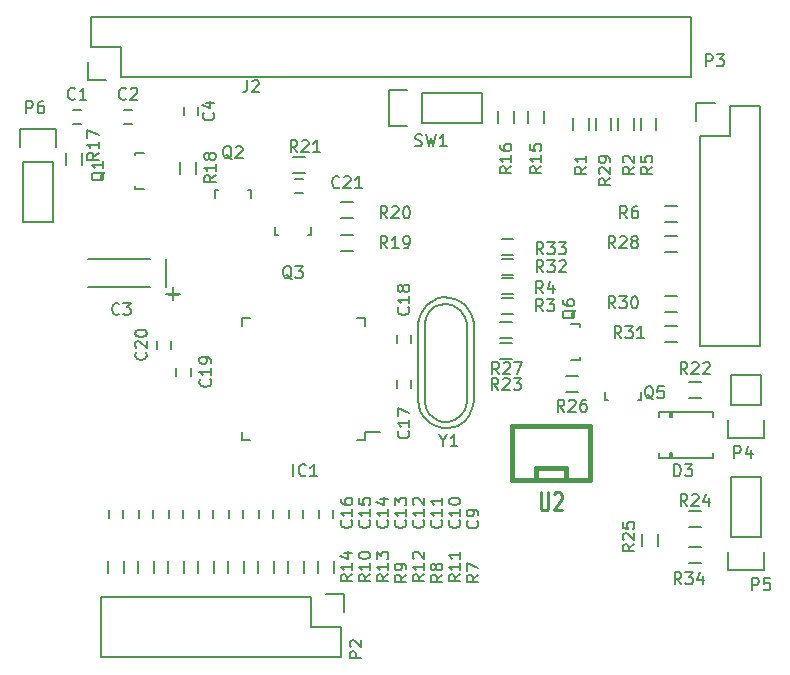
<source format=gto>
G04 #@! TF.FileFunction,Legend,Top*
%FSLAX46Y46*%
G04 Gerber Fmt 4.6, Leading zero omitted, Abs format (unit mm)*
G04 Created by KiCad (PCBNEW (2015-05-05 BZR 5645)-product) date ma. 18. mai 2015 kl. 21.53 +0200*
%MOMM*%
G01*
G04 APERTURE LIST*
%ADD10C,0.100000*%
%ADD11C,0.150000*%
%ADD12C,0.381000*%
%ADD13C,0.285750*%
%ADD14C,0.287020*%
G04 APERTURE END LIST*
D10*
D11*
X116018000Y-57588000D02*
X65218000Y-57588000D01*
X67758000Y-62668000D02*
X116018000Y-62668000D01*
X116018000Y-57588000D02*
X116018000Y-62668000D01*
X65218000Y-57588000D02*
X65218000Y-60128000D01*
X64938000Y-61398000D02*
X64938000Y-62948000D01*
X65218000Y-60128000D02*
X67758000Y-60128000D01*
X67758000Y-60128000D02*
X67758000Y-62668000D01*
X64938000Y-62948000D02*
X66488000Y-62948000D01*
X88360000Y-93440000D02*
X88360000Y-92765000D01*
X78010000Y-93440000D02*
X78010000Y-92765000D01*
X78010000Y-83090000D02*
X78010000Y-83765000D01*
X88360000Y-83090000D02*
X88360000Y-83765000D01*
X88360000Y-93440000D02*
X87685000Y-93440000D01*
X88360000Y-83090000D02*
X87685000Y-83090000D01*
X78010000Y-83090000D02*
X78685000Y-83090000D01*
X78010000Y-93440000D02*
X78685000Y-93440000D01*
X88360000Y-92765000D02*
X89635000Y-92765000D01*
X93218000Y-66548000D02*
X98298000Y-66548000D01*
X98298000Y-66548000D02*
X98298000Y-64008000D01*
X98298000Y-64008000D02*
X93218000Y-64008000D01*
X90398000Y-63728000D02*
X91948000Y-63728000D01*
X93218000Y-64008000D02*
X93218000Y-66548000D01*
X91948000Y-66828000D02*
X90398000Y-66828000D01*
X90398000Y-66828000D02*
X90398000Y-63728000D01*
X85690000Y-99345000D02*
X85690000Y-100045000D01*
X84490000Y-100045000D02*
X84490000Y-99345000D01*
X83150000Y-99345000D02*
X83150000Y-100045000D01*
X81950000Y-100045000D02*
X81950000Y-99345000D01*
X80610000Y-99345000D02*
X80610000Y-100045000D01*
X79410000Y-100045000D02*
X79410000Y-99345000D01*
X78070000Y-99345000D02*
X78070000Y-100045000D01*
X76870000Y-100045000D02*
X76870000Y-99345000D01*
X75530000Y-99345000D02*
X75530000Y-100045000D01*
X74330000Y-100045000D02*
X74330000Y-99345000D01*
X72990000Y-99345000D02*
X72990000Y-100045000D01*
X71790000Y-100045000D02*
X71790000Y-99345000D01*
X70450000Y-99345000D02*
X70450000Y-100045000D01*
X69250000Y-100045000D02*
X69250000Y-99345000D01*
X67910000Y-99345000D02*
X67910000Y-100045000D01*
X66710000Y-100045000D02*
X66710000Y-99345000D01*
X91094000Y-88996000D02*
X91094000Y-88296000D01*
X92294000Y-88296000D02*
X92294000Y-88996000D01*
X92294000Y-84486000D02*
X92294000Y-85186000D01*
X91094000Y-85186000D02*
X91094000Y-84486000D01*
X73625000Y-87280000D02*
X73625000Y-87980000D01*
X72425000Y-87980000D02*
X72425000Y-87280000D01*
X70774000Y-85694000D02*
X70774000Y-84994000D01*
X71974000Y-84994000D02*
X71974000Y-85694000D01*
X66040000Y-111760000D02*
X86360000Y-111760000D01*
X83820000Y-106680000D02*
X66040000Y-106680000D01*
X66040000Y-111760000D02*
X66040000Y-106680000D01*
X86360000Y-111760000D02*
X86360000Y-109220000D01*
X86640000Y-107950000D02*
X86640000Y-106400000D01*
X86360000Y-109220000D02*
X83820000Y-109220000D01*
X83820000Y-109220000D02*
X83820000Y-106680000D01*
X86640000Y-106400000D02*
X85090000Y-106400000D01*
X85765000Y-103640000D02*
X85765000Y-104640000D01*
X84415000Y-104640000D02*
X84415000Y-103640000D01*
X80685000Y-103640000D02*
X80685000Y-104640000D01*
X79335000Y-104640000D02*
X79335000Y-103640000D01*
X75605000Y-103640000D02*
X75605000Y-104640000D01*
X74255000Y-104640000D02*
X74255000Y-103640000D01*
X70525000Y-103640000D02*
X70525000Y-104640000D01*
X69175000Y-104640000D02*
X69175000Y-103640000D01*
X83225000Y-103640000D02*
X83225000Y-104640000D01*
X81875000Y-104640000D02*
X81875000Y-103640000D01*
X78145000Y-103640000D02*
X78145000Y-104640000D01*
X76795000Y-104640000D02*
X76795000Y-103640000D01*
X73065000Y-103640000D02*
X73065000Y-104640000D01*
X71715000Y-104640000D02*
X71715000Y-103640000D01*
X67985000Y-103640000D02*
X67985000Y-104640000D01*
X66635000Y-104640000D02*
X66635000Y-103640000D01*
X102195000Y-66540000D02*
X102195000Y-65540000D01*
X103545000Y-65540000D02*
X103545000Y-66540000D01*
X99655000Y-66540000D02*
X99655000Y-65540000D01*
X101005000Y-65540000D02*
X101005000Y-66540000D01*
X82454000Y-71282000D02*
X83154000Y-71282000D01*
X83154000Y-72482000D02*
X82454000Y-72482000D01*
X69646800Y-72111820D02*
X68945760Y-72111820D01*
X68945760Y-72111820D02*
X68945760Y-71862900D01*
X68945760Y-69312840D02*
X68945760Y-69112180D01*
X68945760Y-69112180D02*
X69646800Y-69112180D01*
X64429000Y-69096000D02*
X64429000Y-70096000D01*
X63079000Y-70096000D02*
X63079000Y-69096000D01*
X74081000Y-69858000D02*
X74081000Y-70858000D01*
X72731000Y-70858000D02*
X72731000Y-69858000D01*
X87368000Y-77383000D02*
X86368000Y-77383000D01*
X86368000Y-76033000D02*
X87368000Y-76033000D01*
X75716180Y-72948800D02*
X75716180Y-72247760D01*
X75716180Y-72247760D02*
X75965100Y-72247760D01*
X78515160Y-72247760D02*
X78715820Y-72247760D01*
X78715820Y-72247760D02*
X78715820Y-72948800D01*
X83795820Y-75387200D02*
X83795820Y-76088240D01*
X83795820Y-76088240D02*
X83546900Y-76088240D01*
X80996840Y-76088240D02*
X80796180Y-76088240D01*
X80796180Y-76088240D02*
X80796180Y-75387200D01*
X87368000Y-74589000D02*
X86368000Y-74589000D01*
X86368000Y-73239000D02*
X87368000Y-73239000D01*
X83304000Y-70779000D02*
X82304000Y-70779000D01*
X82304000Y-69429000D02*
X83304000Y-69429000D01*
X113320000Y-91014000D02*
X113320000Y-91414000D01*
X113320000Y-94914000D02*
X113320000Y-94514000D01*
X117820000Y-94914000D02*
X117820000Y-94514000D01*
X117820000Y-91014000D02*
X117820000Y-91414000D01*
X114220000Y-94914000D02*
X114220000Y-94514000D01*
X114220000Y-94514000D02*
X114370000Y-94514000D01*
X114370000Y-94514000D02*
X114370000Y-94914000D01*
X114220000Y-91014000D02*
X114220000Y-91414000D01*
X114220000Y-91414000D02*
X114370000Y-91414000D01*
X114370000Y-91414000D02*
X114370000Y-91014000D01*
X113320000Y-91014000D02*
X117820000Y-91014000D01*
X117820000Y-94914000D02*
X113320000Y-94914000D01*
X119380000Y-90424000D02*
X119380000Y-87884000D01*
X119100000Y-93244000D02*
X119100000Y-91694000D01*
X119380000Y-90424000D02*
X121920000Y-90424000D01*
X122200000Y-91694000D02*
X122200000Y-93244000D01*
X122200000Y-93244000D02*
X119100000Y-93244000D01*
X121920000Y-90424000D02*
X121920000Y-87884000D01*
X121920000Y-87884000D02*
X119380000Y-87884000D01*
X121920000Y-101600000D02*
X121920000Y-96520000D01*
X121920000Y-96520000D02*
X119380000Y-96520000D01*
X119380000Y-96520000D02*
X119380000Y-101600000D01*
X119100000Y-104420000D02*
X119100000Y-102870000D01*
X119380000Y-101600000D02*
X121920000Y-101600000D01*
X122200000Y-102870000D02*
X122200000Y-104420000D01*
X122200000Y-104420000D02*
X119100000Y-104420000D01*
X111735820Y-89357200D02*
X111735820Y-90058240D01*
X111735820Y-90058240D02*
X111486900Y-90058240D01*
X108936840Y-90058240D02*
X108736180Y-90058240D01*
X108736180Y-90058240D02*
X108736180Y-89357200D01*
X105867200Y-83590180D02*
X106568240Y-83590180D01*
X106568240Y-83590180D02*
X106568240Y-83839100D01*
X106568240Y-86389160D02*
X106568240Y-86589820D01*
X106568240Y-86589820D02*
X105867200Y-86589820D01*
X115832000Y-88479000D02*
X116832000Y-88479000D01*
X116832000Y-89829000D02*
X115832000Y-89829000D01*
X99830000Y-85177000D02*
X100830000Y-85177000D01*
X100830000Y-86527000D02*
X99830000Y-86527000D01*
X115832000Y-99401000D02*
X116832000Y-99401000D01*
X116832000Y-100751000D02*
X115832000Y-100751000D01*
X111847000Y-102354000D02*
X111847000Y-101354000D01*
X113197000Y-101354000D02*
X113197000Y-102354000D01*
X105418000Y-87971000D02*
X106418000Y-87971000D01*
X106418000Y-89321000D02*
X105418000Y-89321000D01*
X99830000Y-83399000D02*
X100830000Y-83399000D01*
X100830000Y-84749000D02*
X99830000Y-84749000D01*
X59436000Y-69850000D02*
X59436000Y-74930000D01*
X59436000Y-74930000D02*
X61976000Y-74930000D01*
X61976000Y-74930000D02*
X61976000Y-69850000D01*
X62256000Y-67030000D02*
X62256000Y-68580000D01*
X61976000Y-69850000D02*
X59436000Y-69850000D01*
X59156000Y-68580000D02*
X59156000Y-67030000D01*
X59156000Y-67030000D02*
X62256000Y-67030000D01*
X121810000Y-85450000D02*
X121810000Y-65130000D01*
X116730000Y-67670000D02*
X116730000Y-85450000D01*
X121810000Y-85450000D02*
X116730000Y-85450000D01*
X121810000Y-65130000D02*
X119270000Y-65130000D01*
X118000000Y-64850000D02*
X116450000Y-64850000D01*
X119270000Y-65130000D02*
X119270000Y-67670000D01*
X119270000Y-67670000D02*
X116730000Y-67670000D01*
X116450000Y-64850000D02*
X116450000Y-66400000D01*
X107355000Y-66175000D02*
X107355000Y-67175000D01*
X106005000Y-67175000D02*
X106005000Y-66175000D01*
X111165000Y-66175000D02*
X111165000Y-67175000D01*
X109815000Y-67175000D02*
X109815000Y-66175000D01*
X99957000Y-81367000D02*
X100957000Y-81367000D01*
X100957000Y-82717000D02*
X99957000Y-82717000D01*
X99957000Y-79716000D02*
X100957000Y-79716000D01*
X100957000Y-81066000D02*
X99957000Y-81066000D01*
X113070000Y-66175000D02*
X113070000Y-67175000D01*
X111720000Y-67175000D02*
X111720000Y-66175000D01*
X113800000Y-73620000D02*
X114800000Y-73620000D01*
X114800000Y-74970000D02*
X113800000Y-74970000D01*
X113800000Y-76160000D02*
X114800000Y-76160000D01*
X114800000Y-77510000D02*
X113800000Y-77510000D01*
X109260000Y-66175000D02*
X109260000Y-67175000D01*
X107910000Y-67175000D02*
X107910000Y-66175000D01*
X113800000Y-81240000D02*
X114800000Y-81240000D01*
X114800000Y-82590000D02*
X113800000Y-82590000D01*
X113800000Y-83780000D02*
X114800000Y-83780000D01*
X114800000Y-85130000D02*
X113800000Y-85130000D01*
X99957000Y-78065000D02*
X100957000Y-78065000D01*
X100957000Y-79415000D02*
X99957000Y-79415000D01*
X99957000Y-76414000D02*
X100957000Y-76414000D01*
X100957000Y-77764000D02*
X99957000Y-77764000D01*
X63658000Y-65440000D02*
X64358000Y-65440000D01*
X64358000Y-66640000D02*
X63658000Y-66640000D01*
X67976000Y-65440000D02*
X68676000Y-65440000D01*
X68676000Y-66640000D02*
X67976000Y-66640000D01*
D12*
X107442000Y-92202000D02*
X107442000Y-96774000D01*
X100838000Y-96774000D02*
X100838000Y-92202000D01*
X102870000Y-95758000D02*
X102870000Y-96774000D01*
X105410000Y-95758000D02*
X105410000Y-96774000D01*
X100838000Y-92202000D02*
X107442000Y-92202000D01*
X107442000Y-96774000D02*
X100838000Y-96774000D01*
X102870000Y-95758000D02*
X105410000Y-95758000D01*
D11*
X70164960Y-78049120D02*
X64963040Y-78049120D01*
X64963040Y-80446880D02*
X70164960Y-80446880D01*
X72163940Y-81546700D02*
X72163940Y-80446880D01*
X72763380Y-81046320D02*
X71564500Y-81046320D01*
X71559420Y-80446880D02*
X71559420Y-78049120D01*
X73060000Y-65882000D02*
X73060000Y-65182000D01*
X74260000Y-65182000D02*
X74260000Y-65882000D01*
X115832000Y-102449000D02*
X116832000Y-102449000D01*
X116832000Y-103799000D02*
X115832000Y-103799000D01*
X94249240Y-82169000D02*
X94650560Y-81968340D01*
X94650560Y-81968340D02*
X95250000Y-81866740D01*
X95250000Y-81866740D02*
X95750380Y-81968340D01*
X95750380Y-81968340D02*
X96448880Y-82367120D01*
X96448880Y-82367120D02*
X96850200Y-82969100D01*
X96850200Y-82969100D02*
X97050860Y-83568540D01*
X97050860Y-83568540D02*
X97050860Y-90167460D01*
X97050860Y-90167460D02*
X96850200Y-90868500D01*
X96850200Y-90868500D02*
X96550480Y-91267280D01*
X96550480Y-91267280D02*
X96050100Y-91668600D01*
X96050100Y-91668600D02*
X95450660Y-91869260D01*
X95450660Y-91869260D02*
X94950280Y-91869260D01*
X94950280Y-91869260D02*
X94449900Y-91668600D01*
X94449900Y-91668600D02*
X93850460Y-91168220D01*
X93850460Y-91168220D02*
X93550740Y-90667840D01*
X93550740Y-90667840D02*
X93449140Y-90167460D01*
X93449140Y-90068400D02*
X93449140Y-83466940D01*
X93449140Y-83466940D02*
X93550740Y-83068160D01*
X93550740Y-83068160D02*
X93850460Y-82567780D01*
X93850460Y-82567780D02*
X94350840Y-82067400D01*
X92920820Y-90058240D02*
X92969080Y-90517980D01*
X92969080Y-90517980D02*
X93080840Y-90916760D01*
X93080840Y-90916760D02*
X93299280Y-91348560D01*
X93299280Y-91348560D02*
X93530420Y-91638120D01*
X93530420Y-91638120D02*
X93880940Y-91968320D01*
X93880940Y-91968320D02*
X94419420Y-92257880D01*
X94419420Y-92257880D02*
X95018860Y-92387420D01*
X95018860Y-92387420D02*
X95529400Y-92387420D01*
X95529400Y-92387420D02*
X96230440Y-92217240D01*
X96230440Y-92217240D02*
X96819720Y-91818460D01*
X96819720Y-91818460D02*
X97190560Y-91358720D01*
X97190560Y-91358720D02*
X97398840Y-90937080D01*
X97398840Y-90937080D02*
X97558860Y-90487500D01*
X97558860Y-90487500D02*
X97589340Y-90048080D01*
X97370900Y-82707480D02*
X97149920Y-82329020D01*
X97149920Y-82329020D02*
X96870520Y-82008980D01*
X96870520Y-82008980D02*
X96540320Y-81757520D01*
X96540320Y-81757520D02*
X95989140Y-81457800D01*
X95989140Y-81457800D02*
X95519240Y-81348580D01*
X95519240Y-81348580D02*
X95059500Y-81328260D01*
X95059500Y-81328260D02*
X94599760Y-81417160D01*
X94599760Y-81417160D02*
X94150180Y-81607660D01*
X94150180Y-81607660D02*
X93680280Y-81968340D01*
X93680280Y-81968340D02*
X93360240Y-82318860D01*
X93360240Y-82318860D02*
X93129100Y-82707480D01*
X93129100Y-82707480D02*
X92989400Y-83136740D01*
X92989400Y-83136740D02*
X92920820Y-83578700D01*
X97579180Y-90068400D02*
X97579180Y-83616800D01*
X97579180Y-83616800D02*
X97541080Y-83197700D01*
X97541080Y-83197700D02*
X97370900Y-82707480D01*
X92920820Y-90068400D02*
X92920820Y-83616800D01*
X78406667Y-62952381D02*
X78406667Y-63666667D01*
X78359047Y-63809524D01*
X78263809Y-63904762D01*
X78120952Y-63952381D01*
X78025714Y-63952381D01*
X78835238Y-63047619D02*
X78882857Y-63000000D01*
X78978095Y-62952381D01*
X79216191Y-62952381D01*
X79311429Y-63000000D01*
X79359048Y-63047619D01*
X79406667Y-63142857D01*
X79406667Y-63238095D01*
X79359048Y-63380952D01*
X78787619Y-63952381D01*
X79406667Y-63952381D01*
X82335810Y-96464381D02*
X82335810Y-95464381D01*
X83383429Y-96369143D02*
X83335810Y-96416762D01*
X83192953Y-96464381D01*
X83097715Y-96464381D01*
X82954857Y-96416762D01*
X82859619Y-96321524D01*
X82812000Y-96226286D01*
X82764381Y-96035810D01*
X82764381Y-95892952D01*
X82812000Y-95702476D01*
X82859619Y-95607238D01*
X82954857Y-95512000D01*
X83097715Y-95464381D01*
X83192953Y-95464381D01*
X83335810Y-95512000D01*
X83383429Y-95559619D01*
X84335810Y-96464381D02*
X83764381Y-96464381D01*
X84050095Y-96464381D02*
X84050095Y-95464381D01*
X83954857Y-95607238D01*
X83859619Y-95702476D01*
X83764381Y-95750095D01*
X92646667Y-68476762D02*
X92789524Y-68524381D01*
X93027620Y-68524381D01*
X93122858Y-68476762D01*
X93170477Y-68429143D01*
X93218096Y-68333905D01*
X93218096Y-68238667D01*
X93170477Y-68143429D01*
X93122858Y-68095810D01*
X93027620Y-68048190D01*
X92837143Y-68000571D01*
X92741905Y-67952952D01*
X92694286Y-67905333D01*
X92646667Y-67810095D01*
X92646667Y-67714857D01*
X92694286Y-67619619D01*
X92741905Y-67572000D01*
X92837143Y-67524381D01*
X93075239Y-67524381D01*
X93218096Y-67572000D01*
X93551429Y-67524381D02*
X93789524Y-68524381D01*
X93980001Y-67810095D01*
X94170477Y-68524381D01*
X94408572Y-67524381D01*
X95313334Y-68524381D02*
X94741905Y-68524381D01*
X95027619Y-68524381D02*
X95027619Y-67524381D01*
X94932381Y-67667238D01*
X94837143Y-67762476D01*
X94741905Y-67810095D01*
X97893143Y-100242666D02*
X97940762Y-100290285D01*
X97988381Y-100433142D01*
X97988381Y-100528380D01*
X97940762Y-100671238D01*
X97845524Y-100766476D01*
X97750286Y-100814095D01*
X97559810Y-100861714D01*
X97416952Y-100861714D01*
X97226476Y-100814095D01*
X97131238Y-100766476D01*
X97036000Y-100671238D01*
X96988381Y-100528380D01*
X96988381Y-100433142D01*
X97036000Y-100290285D01*
X97083619Y-100242666D01*
X97988381Y-99766476D02*
X97988381Y-99576000D01*
X97940762Y-99480761D01*
X97893143Y-99433142D01*
X97750286Y-99337904D01*
X97559810Y-99290285D01*
X97178857Y-99290285D01*
X97083619Y-99337904D01*
X97036000Y-99385523D01*
X96988381Y-99480761D01*
X96988381Y-99671238D01*
X97036000Y-99766476D01*
X97083619Y-99814095D01*
X97178857Y-99861714D01*
X97416952Y-99861714D01*
X97512190Y-99814095D01*
X97559810Y-99766476D01*
X97607429Y-99671238D01*
X97607429Y-99480761D01*
X97559810Y-99385523D01*
X97512190Y-99337904D01*
X97416952Y-99290285D01*
X96369143Y-100210857D02*
X96416762Y-100258476D01*
X96464381Y-100401333D01*
X96464381Y-100496571D01*
X96416762Y-100639429D01*
X96321524Y-100734667D01*
X96226286Y-100782286D01*
X96035810Y-100829905D01*
X95892952Y-100829905D01*
X95702476Y-100782286D01*
X95607238Y-100734667D01*
X95512000Y-100639429D01*
X95464381Y-100496571D01*
X95464381Y-100401333D01*
X95512000Y-100258476D01*
X95559619Y-100210857D01*
X96464381Y-99258476D02*
X96464381Y-99829905D01*
X96464381Y-99544191D02*
X95464381Y-99544191D01*
X95607238Y-99639429D01*
X95702476Y-99734667D01*
X95750095Y-99829905D01*
X95464381Y-98639429D02*
X95464381Y-98544190D01*
X95512000Y-98448952D01*
X95559619Y-98401333D01*
X95654857Y-98353714D01*
X95845333Y-98306095D01*
X96083429Y-98306095D01*
X96273905Y-98353714D01*
X96369143Y-98401333D01*
X96416762Y-98448952D01*
X96464381Y-98544190D01*
X96464381Y-98639429D01*
X96416762Y-98734667D01*
X96369143Y-98782286D01*
X96273905Y-98829905D01*
X96083429Y-98877524D01*
X95845333Y-98877524D01*
X95654857Y-98829905D01*
X95559619Y-98782286D01*
X95512000Y-98734667D01*
X95464381Y-98639429D01*
X94845143Y-100210857D02*
X94892762Y-100258476D01*
X94940381Y-100401333D01*
X94940381Y-100496571D01*
X94892762Y-100639429D01*
X94797524Y-100734667D01*
X94702286Y-100782286D01*
X94511810Y-100829905D01*
X94368952Y-100829905D01*
X94178476Y-100782286D01*
X94083238Y-100734667D01*
X93988000Y-100639429D01*
X93940381Y-100496571D01*
X93940381Y-100401333D01*
X93988000Y-100258476D01*
X94035619Y-100210857D01*
X94940381Y-99258476D02*
X94940381Y-99829905D01*
X94940381Y-99544191D02*
X93940381Y-99544191D01*
X94083238Y-99639429D01*
X94178476Y-99734667D01*
X94226095Y-99829905D01*
X94940381Y-98306095D02*
X94940381Y-98877524D01*
X94940381Y-98591810D02*
X93940381Y-98591810D01*
X94083238Y-98687048D01*
X94178476Y-98782286D01*
X94226095Y-98877524D01*
X93321143Y-100210857D02*
X93368762Y-100258476D01*
X93416381Y-100401333D01*
X93416381Y-100496571D01*
X93368762Y-100639429D01*
X93273524Y-100734667D01*
X93178286Y-100782286D01*
X92987810Y-100829905D01*
X92844952Y-100829905D01*
X92654476Y-100782286D01*
X92559238Y-100734667D01*
X92464000Y-100639429D01*
X92416381Y-100496571D01*
X92416381Y-100401333D01*
X92464000Y-100258476D01*
X92511619Y-100210857D01*
X93416381Y-99258476D02*
X93416381Y-99829905D01*
X93416381Y-99544191D02*
X92416381Y-99544191D01*
X92559238Y-99639429D01*
X92654476Y-99734667D01*
X92702095Y-99829905D01*
X92511619Y-98877524D02*
X92464000Y-98829905D01*
X92416381Y-98734667D01*
X92416381Y-98496571D01*
X92464000Y-98401333D01*
X92511619Y-98353714D01*
X92606857Y-98306095D01*
X92702095Y-98306095D01*
X92844952Y-98353714D01*
X93416381Y-98925143D01*
X93416381Y-98306095D01*
X91797143Y-100210857D02*
X91844762Y-100258476D01*
X91892381Y-100401333D01*
X91892381Y-100496571D01*
X91844762Y-100639429D01*
X91749524Y-100734667D01*
X91654286Y-100782286D01*
X91463810Y-100829905D01*
X91320952Y-100829905D01*
X91130476Y-100782286D01*
X91035238Y-100734667D01*
X90940000Y-100639429D01*
X90892381Y-100496571D01*
X90892381Y-100401333D01*
X90940000Y-100258476D01*
X90987619Y-100210857D01*
X91892381Y-99258476D02*
X91892381Y-99829905D01*
X91892381Y-99544191D02*
X90892381Y-99544191D01*
X91035238Y-99639429D01*
X91130476Y-99734667D01*
X91178095Y-99829905D01*
X90892381Y-98925143D02*
X90892381Y-98306095D01*
X91273333Y-98639429D01*
X91273333Y-98496571D01*
X91320952Y-98401333D01*
X91368571Y-98353714D01*
X91463810Y-98306095D01*
X91701905Y-98306095D01*
X91797143Y-98353714D01*
X91844762Y-98401333D01*
X91892381Y-98496571D01*
X91892381Y-98782286D01*
X91844762Y-98877524D01*
X91797143Y-98925143D01*
X90273143Y-100210857D02*
X90320762Y-100258476D01*
X90368381Y-100401333D01*
X90368381Y-100496571D01*
X90320762Y-100639429D01*
X90225524Y-100734667D01*
X90130286Y-100782286D01*
X89939810Y-100829905D01*
X89796952Y-100829905D01*
X89606476Y-100782286D01*
X89511238Y-100734667D01*
X89416000Y-100639429D01*
X89368381Y-100496571D01*
X89368381Y-100401333D01*
X89416000Y-100258476D01*
X89463619Y-100210857D01*
X90368381Y-99258476D02*
X90368381Y-99829905D01*
X90368381Y-99544191D02*
X89368381Y-99544191D01*
X89511238Y-99639429D01*
X89606476Y-99734667D01*
X89654095Y-99829905D01*
X89701714Y-98401333D02*
X90368381Y-98401333D01*
X89320762Y-98639429D02*
X90035048Y-98877524D01*
X90035048Y-98258476D01*
X88749143Y-100210857D02*
X88796762Y-100258476D01*
X88844381Y-100401333D01*
X88844381Y-100496571D01*
X88796762Y-100639429D01*
X88701524Y-100734667D01*
X88606286Y-100782286D01*
X88415810Y-100829905D01*
X88272952Y-100829905D01*
X88082476Y-100782286D01*
X87987238Y-100734667D01*
X87892000Y-100639429D01*
X87844381Y-100496571D01*
X87844381Y-100401333D01*
X87892000Y-100258476D01*
X87939619Y-100210857D01*
X88844381Y-99258476D02*
X88844381Y-99829905D01*
X88844381Y-99544191D02*
X87844381Y-99544191D01*
X87987238Y-99639429D01*
X88082476Y-99734667D01*
X88130095Y-99829905D01*
X87844381Y-98353714D02*
X87844381Y-98829905D01*
X88320571Y-98877524D01*
X88272952Y-98829905D01*
X88225333Y-98734667D01*
X88225333Y-98496571D01*
X88272952Y-98401333D01*
X88320571Y-98353714D01*
X88415810Y-98306095D01*
X88653905Y-98306095D01*
X88749143Y-98353714D01*
X88796762Y-98401333D01*
X88844381Y-98496571D01*
X88844381Y-98734667D01*
X88796762Y-98829905D01*
X88749143Y-98877524D01*
X87225143Y-100210857D02*
X87272762Y-100258476D01*
X87320381Y-100401333D01*
X87320381Y-100496571D01*
X87272762Y-100639429D01*
X87177524Y-100734667D01*
X87082286Y-100782286D01*
X86891810Y-100829905D01*
X86748952Y-100829905D01*
X86558476Y-100782286D01*
X86463238Y-100734667D01*
X86368000Y-100639429D01*
X86320381Y-100496571D01*
X86320381Y-100401333D01*
X86368000Y-100258476D01*
X86415619Y-100210857D01*
X87320381Y-99258476D02*
X87320381Y-99829905D01*
X87320381Y-99544191D02*
X86320381Y-99544191D01*
X86463238Y-99639429D01*
X86558476Y-99734667D01*
X86606095Y-99829905D01*
X86320381Y-98401333D02*
X86320381Y-98591810D01*
X86368000Y-98687048D01*
X86415619Y-98734667D01*
X86558476Y-98829905D01*
X86748952Y-98877524D01*
X87129905Y-98877524D01*
X87225143Y-98829905D01*
X87272762Y-98782286D01*
X87320381Y-98687048D01*
X87320381Y-98496571D01*
X87272762Y-98401333D01*
X87225143Y-98353714D01*
X87129905Y-98306095D01*
X86891810Y-98306095D01*
X86796571Y-98353714D01*
X86748952Y-98401333D01*
X86701333Y-98496571D01*
X86701333Y-98687048D01*
X86748952Y-98782286D01*
X86796571Y-98829905D01*
X86891810Y-98877524D01*
X92051143Y-92654357D02*
X92098762Y-92701976D01*
X92146381Y-92844833D01*
X92146381Y-92940071D01*
X92098762Y-93082929D01*
X92003524Y-93178167D01*
X91908286Y-93225786D01*
X91717810Y-93273405D01*
X91574952Y-93273405D01*
X91384476Y-93225786D01*
X91289238Y-93178167D01*
X91194000Y-93082929D01*
X91146381Y-92940071D01*
X91146381Y-92844833D01*
X91194000Y-92701976D01*
X91241619Y-92654357D01*
X92146381Y-91701976D02*
X92146381Y-92273405D01*
X92146381Y-91987691D02*
X91146381Y-91987691D01*
X91289238Y-92082929D01*
X91384476Y-92178167D01*
X91432095Y-92273405D01*
X91146381Y-91368643D02*
X91146381Y-90701976D01*
X92146381Y-91130548D01*
X92051143Y-82176857D02*
X92098762Y-82224476D01*
X92146381Y-82367333D01*
X92146381Y-82462571D01*
X92098762Y-82605429D01*
X92003524Y-82700667D01*
X91908286Y-82748286D01*
X91717810Y-82795905D01*
X91574952Y-82795905D01*
X91384476Y-82748286D01*
X91289238Y-82700667D01*
X91194000Y-82605429D01*
X91146381Y-82462571D01*
X91146381Y-82367333D01*
X91194000Y-82224476D01*
X91241619Y-82176857D01*
X92146381Y-81224476D02*
X92146381Y-81795905D01*
X92146381Y-81510191D02*
X91146381Y-81510191D01*
X91289238Y-81605429D01*
X91384476Y-81700667D01*
X91432095Y-81795905D01*
X91574952Y-80653048D02*
X91527333Y-80748286D01*
X91479714Y-80795905D01*
X91384476Y-80843524D01*
X91336857Y-80843524D01*
X91241619Y-80795905D01*
X91194000Y-80748286D01*
X91146381Y-80653048D01*
X91146381Y-80462571D01*
X91194000Y-80367333D01*
X91241619Y-80319714D01*
X91336857Y-80272095D01*
X91384476Y-80272095D01*
X91479714Y-80319714D01*
X91527333Y-80367333D01*
X91574952Y-80462571D01*
X91574952Y-80653048D01*
X91622571Y-80748286D01*
X91670190Y-80795905D01*
X91765429Y-80843524D01*
X91955905Y-80843524D01*
X92051143Y-80795905D01*
X92098762Y-80748286D01*
X92146381Y-80653048D01*
X92146381Y-80462571D01*
X92098762Y-80367333D01*
X92051143Y-80319714D01*
X91955905Y-80272095D01*
X91765429Y-80272095D01*
X91670190Y-80319714D01*
X91622571Y-80367333D01*
X91574952Y-80462571D01*
X75282143Y-88272857D02*
X75329762Y-88320476D01*
X75377381Y-88463333D01*
X75377381Y-88558571D01*
X75329762Y-88701429D01*
X75234524Y-88796667D01*
X75139286Y-88844286D01*
X74948810Y-88891905D01*
X74805952Y-88891905D01*
X74615476Y-88844286D01*
X74520238Y-88796667D01*
X74425000Y-88701429D01*
X74377381Y-88558571D01*
X74377381Y-88463333D01*
X74425000Y-88320476D01*
X74472619Y-88272857D01*
X75377381Y-87320476D02*
X75377381Y-87891905D01*
X75377381Y-87606191D02*
X74377381Y-87606191D01*
X74520238Y-87701429D01*
X74615476Y-87796667D01*
X74663095Y-87891905D01*
X75377381Y-86844286D02*
X75377381Y-86653810D01*
X75329762Y-86558571D01*
X75282143Y-86510952D01*
X75139286Y-86415714D01*
X74948810Y-86368095D01*
X74567857Y-86368095D01*
X74472619Y-86415714D01*
X74425000Y-86463333D01*
X74377381Y-86558571D01*
X74377381Y-86749048D01*
X74425000Y-86844286D01*
X74472619Y-86891905D01*
X74567857Y-86939524D01*
X74805952Y-86939524D01*
X74901190Y-86891905D01*
X74948810Y-86844286D01*
X74996429Y-86749048D01*
X74996429Y-86558571D01*
X74948810Y-86463333D01*
X74901190Y-86415714D01*
X74805952Y-86368095D01*
X69831143Y-85986857D02*
X69878762Y-86034476D01*
X69926381Y-86177333D01*
X69926381Y-86272571D01*
X69878762Y-86415429D01*
X69783524Y-86510667D01*
X69688286Y-86558286D01*
X69497810Y-86605905D01*
X69354952Y-86605905D01*
X69164476Y-86558286D01*
X69069238Y-86510667D01*
X68974000Y-86415429D01*
X68926381Y-86272571D01*
X68926381Y-86177333D01*
X68974000Y-86034476D01*
X69021619Y-85986857D01*
X69021619Y-85605905D02*
X68974000Y-85558286D01*
X68926381Y-85463048D01*
X68926381Y-85224952D01*
X68974000Y-85129714D01*
X69021619Y-85082095D01*
X69116857Y-85034476D01*
X69212095Y-85034476D01*
X69354952Y-85082095D01*
X69926381Y-85653524D01*
X69926381Y-85034476D01*
X68926381Y-84415429D02*
X68926381Y-84320190D01*
X68974000Y-84224952D01*
X69021619Y-84177333D01*
X69116857Y-84129714D01*
X69307333Y-84082095D01*
X69545429Y-84082095D01*
X69735905Y-84129714D01*
X69831143Y-84177333D01*
X69878762Y-84224952D01*
X69926381Y-84320190D01*
X69926381Y-84415429D01*
X69878762Y-84510667D01*
X69831143Y-84558286D01*
X69735905Y-84605905D01*
X69545429Y-84653524D01*
X69307333Y-84653524D01*
X69116857Y-84605905D01*
X69021619Y-84558286D01*
X68974000Y-84510667D01*
X68926381Y-84415429D01*
X88082381Y-111863095D02*
X87082381Y-111863095D01*
X87082381Y-111482142D01*
X87130000Y-111386904D01*
X87177619Y-111339285D01*
X87272857Y-111291666D01*
X87415714Y-111291666D01*
X87510952Y-111339285D01*
X87558571Y-111386904D01*
X87606190Y-111482142D01*
X87606190Y-111863095D01*
X87177619Y-110910714D02*
X87130000Y-110863095D01*
X87082381Y-110767857D01*
X87082381Y-110529761D01*
X87130000Y-110434523D01*
X87177619Y-110386904D01*
X87272857Y-110339285D01*
X87368095Y-110339285D01*
X87510952Y-110386904D01*
X88082381Y-110958333D01*
X88082381Y-110339285D01*
X97988381Y-104814666D02*
X97512190Y-105148000D01*
X97988381Y-105386095D02*
X96988381Y-105386095D01*
X96988381Y-105005142D01*
X97036000Y-104909904D01*
X97083619Y-104862285D01*
X97178857Y-104814666D01*
X97321714Y-104814666D01*
X97416952Y-104862285D01*
X97464571Y-104909904D01*
X97512190Y-105005142D01*
X97512190Y-105386095D01*
X96988381Y-104481333D02*
X96988381Y-103814666D01*
X97988381Y-104243238D01*
X94940381Y-104814666D02*
X94464190Y-105148000D01*
X94940381Y-105386095D02*
X93940381Y-105386095D01*
X93940381Y-105005142D01*
X93988000Y-104909904D01*
X94035619Y-104862285D01*
X94130857Y-104814666D01*
X94273714Y-104814666D01*
X94368952Y-104862285D01*
X94416571Y-104909904D01*
X94464190Y-105005142D01*
X94464190Y-105386095D01*
X94368952Y-104243238D02*
X94321333Y-104338476D01*
X94273714Y-104386095D01*
X94178476Y-104433714D01*
X94130857Y-104433714D01*
X94035619Y-104386095D01*
X93988000Y-104338476D01*
X93940381Y-104243238D01*
X93940381Y-104052761D01*
X93988000Y-103957523D01*
X94035619Y-103909904D01*
X94130857Y-103862285D01*
X94178476Y-103862285D01*
X94273714Y-103909904D01*
X94321333Y-103957523D01*
X94368952Y-104052761D01*
X94368952Y-104243238D01*
X94416571Y-104338476D01*
X94464190Y-104386095D01*
X94559429Y-104433714D01*
X94749905Y-104433714D01*
X94845143Y-104386095D01*
X94892762Y-104338476D01*
X94940381Y-104243238D01*
X94940381Y-104052761D01*
X94892762Y-103957523D01*
X94845143Y-103909904D01*
X94749905Y-103862285D01*
X94559429Y-103862285D01*
X94464190Y-103909904D01*
X94416571Y-103957523D01*
X94368952Y-104052761D01*
X91892381Y-104814666D02*
X91416190Y-105148000D01*
X91892381Y-105386095D02*
X90892381Y-105386095D01*
X90892381Y-105005142D01*
X90940000Y-104909904D01*
X90987619Y-104862285D01*
X91082857Y-104814666D01*
X91225714Y-104814666D01*
X91320952Y-104862285D01*
X91368571Y-104909904D01*
X91416190Y-105005142D01*
X91416190Y-105386095D01*
X91892381Y-104338476D02*
X91892381Y-104148000D01*
X91844762Y-104052761D01*
X91797143Y-104005142D01*
X91654286Y-103909904D01*
X91463810Y-103862285D01*
X91082857Y-103862285D01*
X90987619Y-103909904D01*
X90940000Y-103957523D01*
X90892381Y-104052761D01*
X90892381Y-104243238D01*
X90940000Y-104338476D01*
X90987619Y-104386095D01*
X91082857Y-104433714D01*
X91320952Y-104433714D01*
X91416190Y-104386095D01*
X91463810Y-104338476D01*
X91511429Y-104243238D01*
X91511429Y-104052761D01*
X91463810Y-103957523D01*
X91416190Y-103909904D01*
X91320952Y-103862285D01*
X88844381Y-104782857D02*
X88368190Y-105116191D01*
X88844381Y-105354286D02*
X87844381Y-105354286D01*
X87844381Y-104973333D01*
X87892000Y-104878095D01*
X87939619Y-104830476D01*
X88034857Y-104782857D01*
X88177714Y-104782857D01*
X88272952Y-104830476D01*
X88320571Y-104878095D01*
X88368190Y-104973333D01*
X88368190Y-105354286D01*
X88844381Y-103830476D02*
X88844381Y-104401905D01*
X88844381Y-104116191D02*
X87844381Y-104116191D01*
X87987238Y-104211429D01*
X88082476Y-104306667D01*
X88130095Y-104401905D01*
X87844381Y-103211429D02*
X87844381Y-103116190D01*
X87892000Y-103020952D01*
X87939619Y-102973333D01*
X88034857Y-102925714D01*
X88225333Y-102878095D01*
X88463429Y-102878095D01*
X88653905Y-102925714D01*
X88749143Y-102973333D01*
X88796762Y-103020952D01*
X88844381Y-103116190D01*
X88844381Y-103211429D01*
X88796762Y-103306667D01*
X88749143Y-103354286D01*
X88653905Y-103401905D01*
X88463429Y-103449524D01*
X88225333Y-103449524D01*
X88034857Y-103401905D01*
X87939619Y-103354286D01*
X87892000Y-103306667D01*
X87844381Y-103211429D01*
X96464381Y-104782857D02*
X95988190Y-105116191D01*
X96464381Y-105354286D02*
X95464381Y-105354286D01*
X95464381Y-104973333D01*
X95512000Y-104878095D01*
X95559619Y-104830476D01*
X95654857Y-104782857D01*
X95797714Y-104782857D01*
X95892952Y-104830476D01*
X95940571Y-104878095D01*
X95988190Y-104973333D01*
X95988190Y-105354286D01*
X96464381Y-103830476D02*
X96464381Y-104401905D01*
X96464381Y-104116191D02*
X95464381Y-104116191D01*
X95607238Y-104211429D01*
X95702476Y-104306667D01*
X95750095Y-104401905D01*
X96464381Y-102878095D02*
X96464381Y-103449524D01*
X96464381Y-103163810D02*
X95464381Y-103163810D01*
X95607238Y-103259048D01*
X95702476Y-103354286D01*
X95750095Y-103449524D01*
X93416381Y-104782857D02*
X92940190Y-105116191D01*
X93416381Y-105354286D02*
X92416381Y-105354286D01*
X92416381Y-104973333D01*
X92464000Y-104878095D01*
X92511619Y-104830476D01*
X92606857Y-104782857D01*
X92749714Y-104782857D01*
X92844952Y-104830476D01*
X92892571Y-104878095D01*
X92940190Y-104973333D01*
X92940190Y-105354286D01*
X93416381Y-103830476D02*
X93416381Y-104401905D01*
X93416381Y-104116191D02*
X92416381Y-104116191D01*
X92559238Y-104211429D01*
X92654476Y-104306667D01*
X92702095Y-104401905D01*
X92511619Y-103449524D02*
X92464000Y-103401905D01*
X92416381Y-103306667D01*
X92416381Y-103068571D01*
X92464000Y-102973333D01*
X92511619Y-102925714D01*
X92606857Y-102878095D01*
X92702095Y-102878095D01*
X92844952Y-102925714D01*
X93416381Y-103497143D01*
X93416381Y-102878095D01*
X90368381Y-104782857D02*
X89892190Y-105116191D01*
X90368381Y-105354286D02*
X89368381Y-105354286D01*
X89368381Y-104973333D01*
X89416000Y-104878095D01*
X89463619Y-104830476D01*
X89558857Y-104782857D01*
X89701714Y-104782857D01*
X89796952Y-104830476D01*
X89844571Y-104878095D01*
X89892190Y-104973333D01*
X89892190Y-105354286D01*
X90368381Y-103830476D02*
X90368381Y-104401905D01*
X90368381Y-104116191D02*
X89368381Y-104116191D01*
X89511238Y-104211429D01*
X89606476Y-104306667D01*
X89654095Y-104401905D01*
X89368381Y-103497143D02*
X89368381Y-102878095D01*
X89749333Y-103211429D01*
X89749333Y-103068571D01*
X89796952Y-102973333D01*
X89844571Y-102925714D01*
X89939810Y-102878095D01*
X90177905Y-102878095D01*
X90273143Y-102925714D01*
X90320762Y-102973333D01*
X90368381Y-103068571D01*
X90368381Y-103354286D01*
X90320762Y-103449524D01*
X90273143Y-103497143D01*
X87320381Y-104782857D02*
X86844190Y-105116191D01*
X87320381Y-105354286D02*
X86320381Y-105354286D01*
X86320381Y-104973333D01*
X86368000Y-104878095D01*
X86415619Y-104830476D01*
X86510857Y-104782857D01*
X86653714Y-104782857D01*
X86748952Y-104830476D01*
X86796571Y-104878095D01*
X86844190Y-104973333D01*
X86844190Y-105354286D01*
X87320381Y-103830476D02*
X87320381Y-104401905D01*
X87320381Y-104116191D02*
X86320381Y-104116191D01*
X86463238Y-104211429D01*
X86558476Y-104306667D01*
X86606095Y-104401905D01*
X86653714Y-102973333D02*
X87320381Y-102973333D01*
X86272762Y-103211429D02*
X86987048Y-103449524D01*
X86987048Y-102830476D01*
X103322381Y-70238857D02*
X102846190Y-70572191D01*
X103322381Y-70810286D02*
X102322381Y-70810286D01*
X102322381Y-70429333D01*
X102370000Y-70334095D01*
X102417619Y-70286476D01*
X102512857Y-70238857D01*
X102655714Y-70238857D01*
X102750952Y-70286476D01*
X102798571Y-70334095D01*
X102846190Y-70429333D01*
X102846190Y-70810286D01*
X103322381Y-69286476D02*
X103322381Y-69857905D01*
X103322381Y-69572191D02*
X102322381Y-69572191D01*
X102465238Y-69667429D01*
X102560476Y-69762667D01*
X102608095Y-69857905D01*
X102322381Y-68381714D02*
X102322381Y-68857905D01*
X102798571Y-68905524D01*
X102750952Y-68857905D01*
X102703333Y-68762667D01*
X102703333Y-68524571D01*
X102750952Y-68429333D01*
X102798571Y-68381714D01*
X102893810Y-68334095D01*
X103131905Y-68334095D01*
X103227143Y-68381714D01*
X103274762Y-68429333D01*
X103322381Y-68524571D01*
X103322381Y-68762667D01*
X103274762Y-68857905D01*
X103227143Y-68905524D01*
X100782381Y-70238857D02*
X100306190Y-70572191D01*
X100782381Y-70810286D02*
X99782381Y-70810286D01*
X99782381Y-70429333D01*
X99830000Y-70334095D01*
X99877619Y-70286476D01*
X99972857Y-70238857D01*
X100115714Y-70238857D01*
X100210952Y-70286476D01*
X100258571Y-70334095D01*
X100306190Y-70429333D01*
X100306190Y-70810286D01*
X100782381Y-69286476D02*
X100782381Y-69857905D01*
X100782381Y-69572191D02*
X99782381Y-69572191D01*
X99925238Y-69667429D01*
X100020476Y-69762667D01*
X100068095Y-69857905D01*
X99782381Y-68429333D02*
X99782381Y-68619810D01*
X99830000Y-68715048D01*
X99877619Y-68762667D01*
X100020476Y-68857905D01*
X100210952Y-68905524D01*
X100591905Y-68905524D01*
X100687143Y-68857905D01*
X100734762Y-68810286D01*
X100782381Y-68715048D01*
X100782381Y-68524571D01*
X100734762Y-68429333D01*
X100687143Y-68381714D01*
X100591905Y-68334095D01*
X100353810Y-68334095D01*
X100258571Y-68381714D01*
X100210952Y-68429333D01*
X100163333Y-68524571D01*
X100163333Y-68715048D01*
X100210952Y-68810286D01*
X100258571Y-68857905D01*
X100353810Y-68905524D01*
X86225143Y-71985143D02*
X86177524Y-72032762D01*
X86034667Y-72080381D01*
X85939429Y-72080381D01*
X85796571Y-72032762D01*
X85701333Y-71937524D01*
X85653714Y-71842286D01*
X85606095Y-71651810D01*
X85606095Y-71508952D01*
X85653714Y-71318476D01*
X85701333Y-71223238D01*
X85796571Y-71128000D01*
X85939429Y-71080381D01*
X86034667Y-71080381D01*
X86177524Y-71128000D01*
X86225143Y-71175619D01*
X86606095Y-71175619D02*
X86653714Y-71128000D01*
X86748952Y-71080381D01*
X86987048Y-71080381D01*
X87082286Y-71128000D01*
X87129905Y-71175619D01*
X87177524Y-71270857D01*
X87177524Y-71366095D01*
X87129905Y-71508952D01*
X86558476Y-72080381D01*
X87177524Y-72080381D01*
X88129905Y-72080381D02*
X87558476Y-72080381D01*
X87844190Y-72080381D02*
X87844190Y-71080381D01*
X87748952Y-71223238D01*
X87653714Y-71318476D01*
X87558476Y-71366095D01*
X66333619Y-70707238D02*
X66286000Y-70802476D01*
X66190762Y-70897714D01*
X66047905Y-71040571D01*
X66000286Y-71135810D01*
X66000286Y-71231048D01*
X66238381Y-71183429D02*
X66190762Y-71278667D01*
X66095524Y-71373905D01*
X65905048Y-71421524D01*
X65571714Y-71421524D01*
X65381238Y-71373905D01*
X65286000Y-71278667D01*
X65238381Y-71183429D01*
X65238381Y-70992952D01*
X65286000Y-70897714D01*
X65381238Y-70802476D01*
X65571714Y-70754857D01*
X65905048Y-70754857D01*
X66095524Y-70802476D01*
X66190762Y-70897714D01*
X66238381Y-70992952D01*
X66238381Y-71183429D01*
X66238381Y-69802476D02*
X66238381Y-70373905D01*
X66238381Y-70088191D02*
X65238381Y-70088191D01*
X65381238Y-70183429D01*
X65476476Y-70278667D01*
X65524095Y-70373905D01*
X65857381Y-69095857D02*
X65381190Y-69429191D01*
X65857381Y-69667286D02*
X64857381Y-69667286D01*
X64857381Y-69286333D01*
X64905000Y-69191095D01*
X64952619Y-69143476D01*
X65047857Y-69095857D01*
X65190714Y-69095857D01*
X65285952Y-69143476D01*
X65333571Y-69191095D01*
X65381190Y-69286333D01*
X65381190Y-69667286D01*
X65857381Y-68143476D02*
X65857381Y-68714905D01*
X65857381Y-68429191D02*
X64857381Y-68429191D01*
X65000238Y-68524429D01*
X65095476Y-68619667D01*
X65143095Y-68714905D01*
X64857381Y-67810143D02*
X64857381Y-67143476D01*
X65857381Y-67572048D01*
X75763381Y-71000857D02*
X75287190Y-71334191D01*
X75763381Y-71572286D02*
X74763381Y-71572286D01*
X74763381Y-71191333D01*
X74811000Y-71096095D01*
X74858619Y-71048476D01*
X74953857Y-71000857D01*
X75096714Y-71000857D01*
X75191952Y-71048476D01*
X75239571Y-71096095D01*
X75287190Y-71191333D01*
X75287190Y-71572286D01*
X75763381Y-70048476D02*
X75763381Y-70619905D01*
X75763381Y-70334191D02*
X74763381Y-70334191D01*
X74906238Y-70429429D01*
X75001476Y-70524667D01*
X75049095Y-70619905D01*
X75191952Y-69477048D02*
X75144333Y-69572286D01*
X75096714Y-69619905D01*
X75001476Y-69667524D01*
X74953857Y-69667524D01*
X74858619Y-69619905D01*
X74811000Y-69572286D01*
X74763381Y-69477048D01*
X74763381Y-69286571D01*
X74811000Y-69191333D01*
X74858619Y-69143714D01*
X74953857Y-69096095D01*
X75001476Y-69096095D01*
X75096714Y-69143714D01*
X75144333Y-69191333D01*
X75191952Y-69286571D01*
X75191952Y-69477048D01*
X75239571Y-69572286D01*
X75287190Y-69619905D01*
X75382429Y-69667524D01*
X75572905Y-69667524D01*
X75668143Y-69619905D01*
X75715762Y-69572286D01*
X75763381Y-69477048D01*
X75763381Y-69286571D01*
X75715762Y-69191333D01*
X75668143Y-69143714D01*
X75572905Y-69096095D01*
X75382429Y-69096095D01*
X75287190Y-69143714D01*
X75239571Y-69191333D01*
X75191952Y-69286571D01*
X90289143Y-77160381D02*
X89955809Y-76684190D01*
X89717714Y-77160381D02*
X89717714Y-76160381D01*
X90098667Y-76160381D01*
X90193905Y-76208000D01*
X90241524Y-76255619D01*
X90289143Y-76350857D01*
X90289143Y-76493714D01*
X90241524Y-76588952D01*
X90193905Y-76636571D01*
X90098667Y-76684190D01*
X89717714Y-76684190D01*
X91241524Y-77160381D02*
X90670095Y-77160381D01*
X90955809Y-77160381D02*
X90955809Y-76160381D01*
X90860571Y-76303238D01*
X90765333Y-76398476D01*
X90670095Y-76446095D01*
X91717714Y-77160381D02*
X91908190Y-77160381D01*
X92003429Y-77112762D01*
X92051048Y-77065143D01*
X92146286Y-76922286D01*
X92193905Y-76731810D01*
X92193905Y-76350857D01*
X92146286Y-76255619D01*
X92098667Y-76208000D01*
X92003429Y-76160381D01*
X91812952Y-76160381D01*
X91717714Y-76208000D01*
X91670095Y-76255619D01*
X91622476Y-76350857D01*
X91622476Y-76588952D01*
X91670095Y-76684190D01*
X91717714Y-76731810D01*
X91812952Y-76779429D01*
X92003429Y-76779429D01*
X92098667Y-76731810D01*
X92146286Y-76684190D01*
X92193905Y-76588952D01*
X77120762Y-69635619D02*
X77025524Y-69588000D01*
X76930286Y-69492762D01*
X76787429Y-69349905D01*
X76692190Y-69302286D01*
X76596952Y-69302286D01*
X76644571Y-69540381D02*
X76549333Y-69492762D01*
X76454095Y-69397524D01*
X76406476Y-69207048D01*
X76406476Y-68873714D01*
X76454095Y-68683238D01*
X76549333Y-68588000D01*
X76644571Y-68540381D01*
X76835048Y-68540381D01*
X76930286Y-68588000D01*
X77025524Y-68683238D01*
X77073143Y-68873714D01*
X77073143Y-69207048D01*
X77025524Y-69397524D01*
X76930286Y-69492762D01*
X76835048Y-69540381D01*
X76644571Y-69540381D01*
X77454095Y-68635619D02*
X77501714Y-68588000D01*
X77596952Y-68540381D01*
X77835048Y-68540381D01*
X77930286Y-68588000D01*
X77977905Y-68635619D01*
X78025524Y-68730857D01*
X78025524Y-68826095D01*
X77977905Y-68968952D01*
X77406476Y-69540381D01*
X78025524Y-69540381D01*
X82200762Y-79795619D02*
X82105524Y-79748000D01*
X82010286Y-79652762D01*
X81867429Y-79509905D01*
X81772190Y-79462286D01*
X81676952Y-79462286D01*
X81724571Y-79700381D02*
X81629333Y-79652762D01*
X81534095Y-79557524D01*
X81486476Y-79367048D01*
X81486476Y-79033714D01*
X81534095Y-78843238D01*
X81629333Y-78748000D01*
X81724571Y-78700381D01*
X81915048Y-78700381D01*
X82010286Y-78748000D01*
X82105524Y-78843238D01*
X82153143Y-79033714D01*
X82153143Y-79367048D01*
X82105524Y-79557524D01*
X82010286Y-79652762D01*
X81915048Y-79700381D01*
X81724571Y-79700381D01*
X82486476Y-78700381D02*
X83105524Y-78700381D01*
X82772190Y-79081333D01*
X82915048Y-79081333D01*
X83010286Y-79128952D01*
X83057905Y-79176571D01*
X83105524Y-79271810D01*
X83105524Y-79509905D01*
X83057905Y-79605143D01*
X83010286Y-79652762D01*
X82915048Y-79700381D01*
X82629333Y-79700381D01*
X82534095Y-79652762D01*
X82486476Y-79605143D01*
X90289143Y-74620381D02*
X89955809Y-74144190D01*
X89717714Y-74620381D02*
X89717714Y-73620381D01*
X90098667Y-73620381D01*
X90193905Y-73668000D01*
X90241524Y-73715619D01*
X90289143Y-73810857D01*
X90289143Y-73953714D01*
X90241524Y-74048952D01*
X90193905Y-74096571D01*
X90098667Y-74144190D01*
X89717714Y-74144190D01*
X90670095Y-73715619D02*
X90717714Y-73668000D01*
X90812952Y-73620381D01*
X91051048Y-73620381D01*
X91146286Y-73668000D01*
X91193905Y-73715619D01*
X91241524Y-73810857D01*
X91241524Y-73906095D01*
X91193905Y-74048952D01*
X90622476Y-74620381D01*
X91241524Y-74620381D01*
X91860571Y-73620381D02*
X91955810Y-73620381D01*
X92051048Y-73668000D01*
X92098667Y-73715619D01*
X92146286Y-73810857D01*
X92193905Y-74001333D01*
X92193905Y-74239429D01*
X92146286Y-74429905D01*
X92098667Y-74525143D01*
X92051048Y-74572762D01*
X91955810Y-74620381D01*
X91860571Y-74620381D01*
X91765333Y-74572762D01*
X91717714Y-74525143D01*
X91670095Y-74429905D01*
X91622476Y-74239429D01*
X91622476Y-74001333D01*
X91670095Y-73810857D01*
X91717714Y-73715619D01*
X91765333Y-73668000D01*
X91860571Y-73620381D01*
X82669143Y-69032381D02*
X82335809Y-68556190D01*
X82097714Y-69032381D02*
X82097714Y-68032381D01*
X82478667Y-68032381D01*
X82573905Y-68080000D01*
X82621524Y-68127619D01*
X82669143Y-68222857D01*
X82669143Y-68365714D01*
X82621524Y-68460952D01*
X82573905Y-68508571D01*
X82478667Y-68556190D01*
X82097714Y-68556190D01*
X83050095Y-68127619D02*
X83097714Y-68080000D01*
X83192952Y-68032381D01*
X83431048Y-68032381D01*
X83526286Y-68080000D01*
X83573905Y-68127619D01*
X83621524Y-68222857D01*
X83621524Y-68318095D01*
X83573905Y-68460952D01*
X83002476Y-69032381D01*
X83621524Y-69032381D01*
X84573905Y-69032381D02*
X84002476Y-69032381D01*
X84288190Y-69032381D02*
X84288190Y-68032381D01*
X84192952Y-68175238D01*
X84097714Y-68270476D01*
X84002476Y-68318095D01*
X114577905Y-96464381D02*
X114577905Y-95464381D01*
X114816000Y-95464381D01*
X114958858Y-95512000D01*
X115054096Y-95607238D01*
X115101715Y-95702476D01*
X115149334Y-95892952D01*
X115149334Y-96035810D01*
X115101715Y-96226286D01*
X115054096Y-96321524D01*
X114958858Y-96416762D01*
X114816000Y-96464381D01*
X114577905Y-96464381D01*
X115482667Y-95464381D02*
X116101715Y-95464381D01*
X115768381Y-95845333D01*
X115911239Y-95845333D01*
X116006477Y-95892952D01*
X116054096Y-95940571D01*
X116101715Y-96035810D01*
X116101715Y-96273905D01*
X116054096Y-96369143D01*
X116006477Y-96416762D01*
X115911239Y-96464381D01*
X115625524Y-96464381D01*
X115530286Y-96416762D01*
X115482667Y-96369143D01*
X119657905Y-94940381D02*
X119657905Y-93940381D01*
X120038858Y-93940381D01*
X120134096Y-93988000D01*
X120181715Y-94035619D01*
X120229334Y-94130857D01*
X120229334Y-94273714D01*
X120181715Y-94368952D01*
X120134096Y-94416571D01*
X120038858Y-94464190D01*
X119657905Y-94464190D01*
X121086477Y-94273714D02*
X121086477Y-94940381D01*
X120848381Y-93892762D02*
X120610286Y-94607048D01*
X121229334Y-94607048D01*
X121181905Y-106116381D02*
X121181905Y-105116381D01*
X121562858Y-105116381D01*
X121658096Y-105164000D01*
X121705715Y-105211619D01*
X121753334Y-105306857D01*
X121753334Y-105449714D01*
X121705715Y-105544952D01*
X121658096Y-105592571D01*
X121562858Y-105640190D01*
X121181905Y-105640190D01*
X122658096Y-105116381D02*
X122181905Y-105116381D01*
X122134286Y-105592571D01*
X122181905Y-105544952D01*
X122277143Y-105497333D01*
X122515239Y-105497333D01*
X122610477Y-105544952D01*
X122658096Y-105592571D01*
X122705715Y-105687810D01*
X122705715Y-105925905D01*
X122658096Y-106021143D01*
X122610477Y-106068762D01*
X122515239Y-106116381D01*
X122277143Y-106116381D01*
X122181905Y-106068762D01*
X122134286Y-106021143D01*
X112807762Y-89955619D02*
X112712524Y-89908000D01*
X112617286Y-89812762D01*
X112474429Y-89669905D01*
X112379190Y-89622286D01*
X112283952Y-89622286D01*
X112331571Y-89860381D02*
X112236333Y-89812762D01*
X112141095Y-89717524D01*
X112093476Y-89527048D01*
X112093476Y-89193714D01*
X112141095Y-89003238D01*
X112236333Y-88908000D01*
X112331571Y-88860381D01*
X112522048Y-88860381D01*
X112617286Y-88908000D01*
X112712524Y-89003238D01*
X112760143Y-89193714D01*
X112760143Y-89527048D01*
X112712524Y-89717524D01*
X112617286Y-89812762D01*
X112522048Y-89860381D01*
X112331571Y-89860381D01*
X113664905Y-88860381D02*
X113188714Y-88860381D01*
X113141095Y-89336571D01*
X113188714Y-89288952D01*
X113283952Y-89241333D01*
X113522048Y-89241333D01*
X113617286Y-89288952D01*
X113664905Y-89336571D01*
X113712524Y-89431810D01*
X113712524Y-89669905D01*
X113664905Y-89765143D01*
X113617286Y-89812762D01*
X113522048Y-89860381D01*
X113283952Y-89860381D01*
X113188714Y-89812762D01*
X113141095Y-89765143D01*
X106211619Y-82391238D02*
X106164000Y-82486476D01*
X106068762Y-82581714D01*
X105925905Y-82724571D01*
X105878286Y-82819810D01*
X105878286Y-82915048D01*
X106116381Y-82867429D02*
X106068762Y-82962667D01*
X105973524Y-83057905D01*
X105783048Y-83105524D01*
X105449714Y-83105524D01*
X105259238Y-83057905D01*
X105164000Y-82962667D01*
X105116381Y-82867429D01*
X105116381Y-82676952D01*
X105164000Y-82581714D01*
X105259238Y-82486476D01*
X105449714Y-82438857D01*
X105783048Y-82438857D01*
X105973524Y-82486476D01*
X106068762Y-82581714D01*
X106116381Y-82676952D01*
X106116381Y-82867429D01*
X105116381Y-81581714D02*
X105116381Y-81772191D01*
X105164000Y-81867429D01*
X105211619Y-81915048D01*
X105354476Y-82010286D01*
X105544952Y-82057905D01*
X105925905Y-82057905D01*
X106021143Y-82010286D01*
X106068762Y-81962667D01*
X106116381Y-81867429D01*
X106116381Y-81676952D01*
X106068762Y-81581714D01*
X106021143Y-81534095D01*
X105925905Y-81486476D01*
X105687810Y-81486476D01*
X105592571Y-81534095D01*
X105544952Y-81581714D01*
X105497333Y-81676952D01*
X105497333Y-81867429D01*
X105544952Y-81962667D01*
X105592571Y-82010286D01*
X105687810Y-82057905D01*
X115689143Y-87828381D02*
X115355809Y-87352190D01*
X115117714Y-87828381D02*
X115117714Y-86828381D01*
X115498667Y-86828381D01*
X115593905Y-86876000D01*
X115641524Y-86923619D01*
X115689143Y-87018857D01*
X115689143Y-87161714D01*
X115641524Y-87256952D01*
X115593905Y-87304571D01*
X115498667Y-87352190D01*
X115117714Y-87352190D01*
X116070095Y-86923619D02*
X116117714Y-86876000D01*
X116212952Y-86828381D01*
X116451048Y-86828381D01*
X116546286Y-86876000D01*
X116593905Y-86923619D01*
X116641524Y-87018857D01*
X116641524Y-87114095D01*
X116593905Y-87256952D01*
X116022476Y-87828381D01*
X116641524Y-87828381D01*
X117022476Y-86923619D02*
X117070095Y-86876000D01*
X117165333Y-86828381D01*
X117403429Y-86828381D01*
X117498667Y-86876000D01*
X117546286Y-86923619D01*
X117593905Y-87018857D01*
X117593905Y-87114095D01*
X117546286Y-87256952D01*
X116974857Y-87828381D01*
X117593905Y-87828381D01*
X99687143Y-89161881D02*
X99353809Y-88685690D01*
X99115714Y-89161881D02*
X99115714Y-88161881D01*
X99496667Y-88161881D01*
X99591905Y-88209500D01*
X99639524Y-88257119D01*
X99687143Y-88352357D01*
X99687143Y-88495214D01*
X99639524Y-88590452D01*
X99591905Y-88638071D01*
X99496667Y-88685690D01*
X99115714Y-88685690D01*
X100068095Y-88257119D02*
X100115714Y-88209500D01*
X100210952Y-88161881D01*
X100449048Y-88161881D01*
X100544286Y-88209500D01*
X100591905Y-88257119D01*
X100639524Y-88352357D01*
X100639524Y-88447595D01*
X100591905Y-88590452D01*
X100020476Y-89161881D01*
X100639524Y-89161881D01*
X100972857Y-88161881D02*
X101591905Y-88161881D01*
X101258571Y-88542833D01*
X101401429Y-88542833D01*
X101496667Y-88590452D01*
X101544286Y-88638071D01*
X101591905Y-88733310D01*
X101591905Y-88971405D01*
X101544286Y-89066643D01*
X101496667Y-89114262D01*
X101401429Y-89161881D01*
X101115714Y-89161881D01*
X101020476Y-89114262D01*
X100972857Y-89066643D01*
X115689143Y-99004381D02*
X115355809Y-98528190D01*
X115117714Y-99004381D02*
X115117714Y-98004381D01*
X115498667Y-98004381D01*
X115593905Y-98052000D01*
X115641524Y-98099619D01*
X115689143Y-98194857D01*
X115689143Y-98337714D01*
X115641524Y-98432952D01*
X115593905Y-98480571D01*
X115498667Y-98528190D01*
X115117714Y-98528190D01*
X116070095Y-98099619D02*
X116117714Y-98052000D01*
X116212952Y-98004381D01*
X116451048Y-98004381D01*
X116546286Y-98052000D01*
X116593905Y-98099619D01*
X116641524Y-98194857D01*
X116641524Y-98290095D01*
X116593905Y-98432952D01*
X116022476Y-99004381D01*
X116641524Y-99004381D01*
X117498667Y-98337714D02*
X117498667Y-99004381D01*
X117260571Y-97956762D02*
X117022476Y-98671048D01*
X117641524Y-98671048D01*
X111196381Y-102242857D02*
X110720190Y-102576191D01*
X111196381Y-102814286D02*
X110196381Y-102814286D01*
X110196381Y-102433333D01*
X110244000Y-102338095D01*
X110291619Y-102290476D01*
X110386857Y-102242857D01*
X110529714Y-102242857D01*
X110624952Y-102290476D01*
X110672571Y-102338095D01*
X110720190Y-102433333D01*
X110720190Y-102814286D01*
X110291619Y-101861905D02*
X110244000Y-101814286D01*
X110196381Y-101719048D01*
X110196381Y-101480952D01*
X110244000Y-101385714D01*
X110291619Y-101338095D01*
X110386857Y-101290476D01*
X110482095Y-101290476D01*
X110624952Y-101338095D01*
X111196381Y-101909524D01*
X111196381Y-101290476D01*
X110196381Y-100385714D02*
X110196381Y-100861905D01*
X110672571Y-100909524D01*
X110624952Y-100861905D01*
X110577333Y-100766667D01*
X110577333Y-100528571D01*
X110624952Y-100433333D01*
X110672571Y-100385714D01*
X110767810Y-100338095D01*
X111005905Y-100338095D01*
X111101143Y-100385714D01*
X111148762Y-100433333D01*
X111196381Y-100528571D01*
X111196381Y-100766667D01*
X111148762Y-100861905D01*
X111101143Y-100909524D01*
X105275143Y-90998381D02*
X104941809Y-90522190D01*
X104703714Y-90998381D02*
X104703714Y-89998381D01*
X105084667Y-89998381D01*
X105179905Y-90046000D01*
X105227524Y-90093619D01*
X105275143Y-90188857D01*
X105275143Y-90331714D01*
X105227524Y-90426952D01*
X105179905Y-90474571D01*
X105084667Y-90522190D01*
X104703714Y-90522190D01*
X105656095Y-90093619D02*
X105703714Y-90046000D01*
X105798952Y-89998381D01*
X106037048Y-89998381D01*
X106132286Y-90046000D01*
X106179905Y-90093619D01*
X106227524Y-90188857D01*
X106227524Y-90284095D01*
X106179905Y-90426952D01*
X105608476Y-90998381D01*
X106227524Y-90998381D01*
X107084667Y-89998381D02*
X106894190Y-89998381D01*
X106798952Y-90046000D01*
X106751333Y-90093619D01*
X106656095Y-90236476D01*
X106608476Y-90426952D01*
X106608476Y-90807905D01*
X106656095Y-90903143D01*
X106703714Y-90950762D01*
X106798952Y-90998381D01*
X106989429Y-90998381D01*
X107084667Y-90950762D01*
X107132286Y-90903143D01*
X107179905Y-90807905D01*
X107179905Y-90569810D01*
X107132286Y-90474571D01*
X107084667Y-90426952D01*
X106989429Y-90379333D01*
X106798952Y-90379333D01*
X106703714Y-90426952D01*
X106656095Y-90474571D01*
X106608476Y-90569810D01*
X99750643Y-87828381D02*
X99417309Y-87352190D01*
X99179214Y-87828381D02*
X99179214Y-86828381D01*
X99560167Y-86828381D01*
X99655405Y-86876000D01*
X99703024Y-86923619D01*
X99750643Y-87018857D01*
X99750643Y-87161714D01*
X99703024Y-87256952D01*
X99655405Y-87304571D01*
X99560167Y-87352190D01*
X99179214Y-87352190D01*
X100131595Y-86923619D02*
X100179214Y-86876000D01*
X100274452Y-86828381D01*
X100512548Y-86828381D01*
X100607786Y-86876000D01*
X100655405Y-86923619D01*
X100703024Y-87018857D01*
X100703024Y-87114095D01*
X100655405Y-87256952D01*
X100083976Y-87828381D01*
X100703024Y-87828381D01*
X101036357Y-86828381D02*
X101703024Y-86828381D01*
X101274452Y-87828381D01*
X59713905Y-65730381D02*
X59713905Y-64730381D01*
X60094858Y-64730381D01*
X60190096Y-64778000D01*
X60237715Y-64825619D01*
X60285334Y-64920857D01*
X60285334Y-65063714D01*
X60237715Y-65158952D01*
X60190096Y-65206571D01*
X60094858Y-65254190D01*
X59713905Y-65254190D01*
X61142477Y-64730381D02*
X60952000Y-64730381D01*
X60856762Y-64778000D01*
X60809143Y-64825619D01*
X60713905Y-64968476D01*
X60666286Y-65158952D01*
X60666286Y-65539905D01*
X60713905Y-65635143D01*
X60761524Y-65682762D01*
X60856762Y-65730381D01*
X61047239Y-65730381D01*
X61142477Y-65682762D01*
X61190096Y-65635143D01*
X61237715Y-65539905D01*
X61237715Y-65301810D01*
X61190096Y-65206571D01*
X61142477Y-65158952D01*
X61047239Y-65111333D01*
X60856762Y-65111333D01*
X60761524Y-65158952D01*
X60713905Y-65206571D01*
X60666286Y-65301810D01*
X117261905Y-61752381D02*
X117261905Y-60752381D01*
X117642858Y-60752381D01*
X117738096Y-60800000D01*
X117785715Y-60847619D01*
X117833334Y-60942857D01*
X117833334Y-61085714D01*
X117785715Y-61180952D01*
X117738096Y-61228571D01*
X117642858Y-61276190D01*
X117261905Y-61276190D01*
X118166667Y-60752381D02*
X118785715Y-60752381D01*
X118452381Y-61133333D01*
X118595239Y-61133333D01*
X118690477Y-61180952D01*
X118738096Y-61228571D01*
X118785715Y-61323810D01*
X118785715Y-61561905D01*
X118738096Y-61657143D01*
X118690477Y-61704762D01*
X118595239Y-61752381D01*
X118309524Y-61752381D01*
X118214286Y-61704762D01*
X118166667Y-61657143D01*
X107132381Y-70270666D02*
X106656190Y-70604000D01*
X107132381Y-70842095D02*
X106132381Y-70842095D01*
X106132381Y-70461142D01*
X106180000Y-70365904D01*
X106227619Y-70318285D01*
X106322857Y-70270666D01*
X106465714Y-70270666D01*
X106560952Y-70318285D01*
X106608571Y-70365904D01*
X106656190Y-70461142D01*
X106656190Y-70842095D01*
X107132381Y-69318285D02*
X107132381Y-69889714D01*
X107132381Y-69604000D02*
X106132381Y-69604000D01*
X106275238Y-69699238D01*
X106370476Y-69794476D01*
X106418095Y-69889714D01*
X111196381Y-70270666D02*
X110720190Y-70604000D01*
X111196381Y-70842095D02*
X110196381Y-70842095D01*
X110196381Y-70461142D01*
X110244000Y-70365904D01*
X110291619Y-70318285D01*
X110386857Y-70270666D01*
X110529714Y-70270666D01*
X110624952Y-70318285D01*
X110672571Y-70365904D01*
X110720190Y-70461142D01*
X110720190Y-70842095D01*
X110291619Y-69889714D02*
X110244000Y-69842095D01*
X110196381Y-69746857D01*
X110196381Y-69508761D01*
X110244000Y-69413523D01*
X110291619Y-69365904D01*
X110386857Y-69318285D01*
X110482095Y-69318285D01*
X110624952Y-69365904D01*
X111196381Y-69937333D01*
X111196381Y-69318285D01*
X103465334Y-82494381D02*
X103132000Y-82018190D01*
X102893905Y-82494381D02*
X102893905Y-81494381D01*
X103274858Y-81494381D01*
X103370096Y-81542000D01*
X103417715Y-81589619D01*
X103465334Y-81684857D01*
X103465334Y-81827714D01*
X103417715Y-81922952D01*
X103370096Y-81970571D01*
X103274858Y-82018190D01*
X102893905Y-82018190D01*
X103798667Y-81494381D02*
X104417715Y-81494381D01*
X104084381Y-81875333D01*
X104227239Y-81875333D01*
X104322477Y-81922952D01*
X104370096Y-81970571D01*
X104417715Y-82065810D01*
X104417715Y-82303905D01*
X104370096Y-82399143D01*
X104322477Y-82446762D01*
X104227239Y-82494381D01*
X103941524Y-82494381D01*
X103846286Y-82446762D01*
X103798667Y-82399143D01*
X103465334Y-80970381D02*
X103132000Y-80494190D01*
X102893905Y-80970381D02*
X102893905Y-79970381D01*
X103274858Y-79970381D01*
X103370096Y-80018000D01*
X103417715Y-80065619D01*
X103465334Y-80160857D01*
X103465334Y-80303714D01*
X103417715Y-80398952D01*
X103370096Y-80446571D01*
X103274858Y-80494190D01*
X102893905Y-80494190D01*
X104322477Y-80303714D02*
X104322477Y-80970381D01*
X104084381Y-79922762D02*
X103846286Y-80637048D01*
X104465334Y-80637048D01*
X112720381Y-70270666D02*
X112244190Y-70604000D01*
X112720381Y-70842095D02*
X111720381Y-70842095D01*
X111720381Y-70461142D01*
X111768000Y-70365904D01*
X111815619Y-70318285D01*
X111910857Y-70270666D01*
X112053714Y-70270666D01*
X112148952Y-70318285D01*
X112196571Y-70365904D01*
X112244190Y-70461142D01*
X112244190Y-70842095D01*
X111720381Y-69365904D02*
X111720381Y-69842095D01*
X112196571Y-69889714D01*
X112148952Y-69842095D01*
X112101333Y-69746857D01*
X112101333Y-69508761D01*
X112148952Y-69413523D01*
X112196571Y-69365904D01*
X112291810Y-69318285D01*
X112529905Y-69318285D01*
X112625143Y-69365904D01*
X112672762Y-69413523D01*
X112720381Y-69508761D01*
X112720381Y-69746857D01*
X112672762Y-69842095D01*
X112625143Y-69889714D01*
X110577334Y-74620381D02*
X110244000Y-74144190D01*
X110005905Y-74620381D02*
X110005905Y-73620381D01*
X110386858Y-73620381D01*
X110482096Y-73668000D01*
X110529715Y-73715619D01*
X110577334Y-73810857D01*
X110577334Y-73953714D01*
X110529715Y-74048952D01*
X110482096Y-74096571D01*
X110386858Y-74144190D01*
X110005905Y-74144190D01*
X111434477Y-73620381D02*
X111244000Y-73620381D01*
X111148762Y-73668000D01*
X111101143Y-73715619D01*
X111005905Y-73858476D01*
X110958286Y-74048952D01*
X110958286Y-74429905D01*
X111005905Y-74525143D01*
X111053524Y-74572762D01*
X111148762Y-74620381D01*
X111339239Y-74620381D01*
X111434477Y-74572762D01*
X111482096Y-74525143D01*
X111529715Y-74429905D01*
X111529715Y-74191810D01*
X111482096Y-74096571D01*
X111434477Y-74048952D01*
X111339239Y-74001333D01*
X111148762Y-74001333D01*
X111053524Y-74048952D01*
X111005905Y-74096571D01*
X110958286Y-74191810D01*
X109593143Y-77160381D02*
X109259809Y-76684190D01*
X109021714Y-77160381D02*
X109021714Y-76160381D01*
X109402667Y-76160381D01*
X109497905Y-76208000D01*
X109545524Y-76255619D01*
X109593143Y-76350857D01*
X109593143Y-76493714D01*
X109545524Y-76588952D01*
X109497905Y-76636571D01*
X109402667Y-76684190D01*
X109021714Y-76684190D01*
X109974095Y-76255619D02*
X110021714Y-76208000D01*
X110116952Y-76160381D01*
X110355048Y-76160381D01*
X110450286Y-76208000D01*
X110497905Y-76255619D01*
X110545524Y-76350857D01*
X110545524Y-76446095D01*
X110497905Y-76588952D01*
X109926476Y-77160381D01*
X110545524Y-77160381D01*
X111116952Y-76588952D02*
X111021714Y-76541333D01*
X110974095Y-76493714D01*
X110926476Y-76398476D01*
X110926476Y-76350857D01*
X110974095Y-76255619D01*
X111021714Y-76208000D01*
X111116952Y-76160381D01*
X111307429Y-76160381D01*
X111402667Y-76208000D01*
X111450286Y-76255619D01*
X111497905Y-76350857D01*
X111497905Y-76398476D01*
X111450286Y-76493714D01*
X111402667Y-76541333D01*
X111307429Y-76588952D01*
X111116952Y-76588952D01*
X111021714Y-76636571D01*
X110974095Y-76684190D01*
X110926476Y-76779429D01*
X110926476Y-76969905D01*
X110974095Y-77065143D01*
X111021714Y-77112762D01*
X111116952Y-77160381D01*
X111307429Y-77160381D01*
X111402667Y-77112762D01*
X111450286Y-77065143D01*
X111497905Y-76969905D01*
X111497905Y-76779429D01*
X111450286Y-76684190D01*
X111402667Y-76636571D01*
X111307429Y-76588952D01*
X109164381Y-71254857D02*
X108688190Y-71588191D01*
X109164381Y-71826286D02*
X108164381Y-71826286D01*
X108164381Y-71445333D01*
X108212000Y-71350095D01*
X108259619Y-71302476D01*
X108354857Y-71254857D01*
X108497714Y-71254857D01*
X108592952Y-71302476D01*
X108640571Y-71350095D01*
X108688190Y-71445333D01*
X108688190Y-71826286D01*
X108259619Y-70873905D02*
X108212000Y-70826286D01*
X108164381Y-70731048D01*
X108164381Y-70492952D01*
X108212000Y-70397714D01*
X108259619Y-70350095D01*
X108354857Y-70302476D01*
X108450095Y-70302476D01*
X108592952Y-70350095D01*
X109164381Y-70921524D01*
X109164381Y-70302476D01*
X109164381Y-69826286D02*
X109164381Y-69635810D01*
X109116762Y-69540571D01*
X109069143Y-69492952D01*
X108926286Y-69397714D01*
X108735810Y-69350095D01*
X108354857Y-69350095D01*
X108259619Y-69397714D01*
X108212000Y-69445333D01*
X108164381Y-69540571D01*
X108164381Y-69731048D01*
X108212000Y-69826286D01*
X108259619Y-69873905D01*
X108354857Y-69921524D01*
X108592952Y-69921524D01*
X108688190Y-69873905D01*
X108735810Y-69826286D01*
X108783429Y-69731048D01*
X108783429Y-69540571D01*
X108735810Y-69445333D01*
X108688190Y-69397714D01*
X108592952Y-69350095D01*
X109593143Y-82240381D02*
X109259809Y-81764190D01*
X109021714Y-82240381D02*
X109021714Y-81240381D01*
X109402667Y-81240381D01*
X109497905Y-81288000D01*
X109545524Y-81335619D01*
X109593143Y-81430857D01*
X109593143Y-81573714D01*
X109545524Y-81668952D01*
X109497905Y-81716571D01*
X109402667Y-81764190D01*
X109021714Y-81764190D01*
X109926476Y-81240381D02*
X110545524Y-81240381D01*
X110212190Y-81621333D01*
X110355048Y-81621333D01*
X110450286Y-81668952D01*
X110497905Y-81716571D01*
X110545524Y-81811810D01*
X110545524Y-82049905D01*
X110497905Y-82145143D01*
X110450286Y-82192762D01*
X110355048Y-82240381D01*
X110069333Y-82240381D01*
X109974095Y-82192762D01*
X109926476Y-82145143D01*
X111164571Y-81240381D02*
X111259810Y-81240381D01*
X111355048Y-81288000D01*
X111402667Y-81335619D01*
X111450286Y-81430857D01*
X111497905Y-81621333D01*
X111497905Y-81859429D01*
X111450286Y-82049905D01*
X111402667Y-82145143D01*
X111355048Y-82192762D01*
X111259810Y-82240381D01*
X111164571Y-82240381D01*
X111069333Y-82192762D01*
X111021714Y-82145143D01*
X110974095Y-82049905D01*
X110926476Y-81859429D01*
X110926476Y-81621333D01*
X110974095Y-81430857D01*
X111021714Y-81335619D01*
X111069333Y-81288000D01*
X111164571Y-81240381D01*
X110101143Y-84780381D02*
X109767809Y-84304190D01*
X109529714Y-84780381D02*
X109529714Y-83780381D01*
X109910667Y-83780381D01*
X110005905Y-83828000D01*
X110053524Y-83875619D01*
X110101143Y-83970857D01*
X110101143Y-84113714D01*
X110053524Y-84208952D01*
X110005905Y-84256571D01*
X109910667Y-84304190D01*
X109529714Y-84304190D01*
X110434476Y-83780381D02*
X111053524Y-83780381D01*
X110720190Y-84161333D01*
X110863048Y-84161333D01*
X110958286Y-84208952D01*
X111005905Y-84256571D01*
X111053524Y-84351810D01*
X111053524Y-84589905D01*
X111005905Y-84685143D01*
X110958286Y-84732762D01*
X110863048Y-84780381D01*
X110577333Y-84780381D01*
X110482095Y-84732762D01*
X110434476Y-84685143D01*
X112005905Y-84780381D02*
X111434476Y-84780381D01*
X111720190Y-84780381D02*
X111720190Y-83780381D01*
X111624952Y-83923238D01*
X111529714Y-84018476D01*
X111434476Y-84066095D01*
X103497143Y-79192381D02*
X103163809Y-78716190D01*
X102925714Y-79192381D02*
X102925714Y-78192381D01*
X103306667Y-78192381D01*
X103401905Y-78240000D01*
X103449524Y-78287619D01*
X103497143Y-78382857D01*
X103497143Y-78525714D01*
X103449524Y-78620952D01*
X103401905Y-78668571D01*
X103306667Y-78716190D01*
X102925714Y-78716190D01*
X103830476Y-78192381D02*
X104449524Y-78192381D01*
X104116190Y-78573333D01*
X104259048Y-78573333D01*
X104354286Y-78620952D01*
X104401905Y-78668571D01*
X104449524Y-78763810D01*
X104449524Y-79001905D01*
X104401905Y-79097143D01*
X104354286Y-79144762D01*
X104259048Y-79192381D01*
X103973333Y-79192381D01*
X103878095Y-79144762D01*
X103830476Y-79097143D01*
X104830476Y-78287619D02*
X104878095Y-78240000D01*
X104973333Y-78192381D01*
X105211429Y-78192381D01*
X105306667Y-78240000D01*
X105354286Y-78287619D01*
X105401905Y-78382857D01*
X105401905Y-78478095D01*
X105354286Y-78620952D01*
X104782857Y-79192381D01*
X105401905Y-79192381D01*
X103497143Y-77668381D02*
X103163809Y-77192190D01*
X102925714Y-77668381D02*
X102925714Y-76668381D01*
X103306667Y-76668381D01*
X103401905Y-76716000D01*
X103449524Y-76763619D01*
X103497143Y-76858857D01*
X103497143Y-77001714D01*
X103449524Y-77096952D01*
X103401905Y-77144571D01*
X103306667Y-77192190D01*
X102925714Y-77192190D01*
X103830476Y-76668381D02*
X104449524Y-76668381D01*
X104116190Y-77049333D01*
X104259048Y-77049333D01*
X104354286Y-77096952D01*
X104401905Y-77144571D01*
X104449524Y-77239810D01*
X104449524Y-77477905D01*
X104401905Y-77573143D01*
X104354286Y-77620762D01*
X104259048Y-77668381D01*
X103973333Y-77668381D01*
X103878095Y-77620762D01*
X103830476Y-77573143D01*
X104782857Y-76668381D02*
X105401905Y-76668381D01*
X105068571Y-77049333D01*
X105211429Y-77049333D01*
X105306667Y-77096952D01*
X105354286Y-77144571D01*
X105401905Y-77239810D01*
X105401905Y-77477905D01*
X105354286Y-77573143D01*
X105306667Y-77620762D01*
X105211429Y-77668381D01*
X104925714Y-77668381D01*
X104830476Y-77620762D01*
X104782857Y-77573143D01*
X63841334Y-64497143D02*
X63793715Y-64544762D01*
X63650858Y-64592381D01*
X63555620Y-64592381D01*
X63412762Y-64544762D01*
X63317524Y-64449524D01*
X63269905Y-64354286D01*
X63222286Y-64163810D01*
X63222286Y-64020952D01*
X63269905Y-63830476D01*
X63317524Y-63735238D01*
X63412762Y-63640000D01*
X63555620Y-63592381D01*
X63650858Y-63592381D01*
X63793715Y-63640000D01*
X63841334Y-63687619D01*
X64793715Y-64592381D02*
X64222286Y-64592381D01*
X64508000Y-64592381D02*
X64508000Y-63592381D01*
X64412762Y-63735238D01*
X64317524Y-63830476D01*
X64222286Y-63878095D01*
X68159334Y-64497143D02*
X68111715Y-64544762D01*
X67968858Y-64592381D01*
X67873620Y-64592381D01*
X67730762Y-64544762D01*
X67635524Y-64449524D01*
X67587905Y-64354286D01*
X67540286Y-64163810D01*
X67540286Y-64020952D01*
X67587905Y-63830476D01*
X67635524Y-63735238D01*
X67730762Y-63640000D01*
X67873620Y-63592381D01*
X67968858Y-63592381D01*
X68111715Y-63640000D01*
X68159334Y-63687619D01*
X68540286Y-63687619D02*
X68587905Y-63640000D01*
X68683143Y-63592381D01*
X68921239Y-63592381D01*
X69016477Y-63640000D01*
X69064096Y-63687619D01*
X69111715Y-63782857D01*
X69111715Y-63878095D01*
X69064096Y-64020952D01*
X68492667Y-64592381D01*
X69111715Y-64592381D01*
D13*
X103269143Y-97844429D02*
X103269143Y-99078143D01*
X103323571Y-99223286D01*
X103378000Y-99295857D01*
X103486857Y-99368429D01*
X103704571Y-99368429D01*
X103813429Y-99295857D01*
X103867857Y-99223286D01*
X103922286Y-99078143D01*
X103922286Y-97844429D01*
X104412143Y-97989571D02*
X104466572Y-97917000D01*
X104575429Y-97844429D01*
X104847572Y-97844429D01*
X104956429Y-97917000D01*
X105010858Y-97989571D01*
X105065286Y-98134714D01*
X105065286Y-98279857D01*
X105010858Y-98497571D01*
X104357715Y-99368429D01*
X105065286Y-99368429D01*
D14*
D11*
X67597994Y-82703943D02*
X67550375Y-82751562D01*
X67407518Y-82799181D01*
X67312280Y-82799181D01*
X67169422Y-82751562D01*
X67074184Y-82656324D01*
X67026565Y-82561086D01*
X66978946Y-82370610D01*
X66978946Y-82227752D01*
X67026565Y-82037276D01*
X67074184Y-81942038D01*
X67169422Y-81846800D01*
X67312280Y-81799181D01*
X67407518Y-81799181D01*
X67550375Y-81846800D01*
X67597994Y-81894419D01*
X67931327Y-81799181D02*
X68550375Y-81799181D01*
X68217041Y-82180133D01*
X68359899Y-82180133D01*
X68455137Y-82227752D01*
X68502756Y-82275371D01*
X68550375Y-82370610D01*
X68550375Y-82608705D01*
X68502756Y-82703943D01*
X68455137Y-82751562D01*
X68359899Y-82799181D01*
X68074184Y-82799181D01*
X67978946Y-82751562D01*
X67931327Y-82703943D01*
X71782988Y-81120289D02*
X72544893Y-81120289D01*
X72163941Y-81501241D02*
X72163941Y-80739336D01*
X75541143Y-65698666D02*
X75588762Y-65746285D01*
X75636381Y-65889142D01*
X75636381Y-65984380D01*
X75588762Y-66127238D01*
X75493524Y-66222476D01*
X75398286Y-66270095D01*
X75207810Y-66317714D01*
X75064952Y-66317714D01*
X74874476Y-66270095D01*
X74779238Y-66222476D01*
X74684000Y-66127238D01*
X74636381Y-65984380D01*
X74636381Y-65889142D01*
X74684000Y-65746285D01*
X74731619Y-65698666D01*
X74969714Y-64841523D02*
X75636381Y-64841523D01*
X74588762Y-65079619D02*
X75303048Y-65317714D01*
X75303048Y-64698666D01*
X115181143Y-105608381D02*
X114847809Y-105132190D01*
X114609714Y-105608381D02*
X114609714Y-104608381D01*
X114990667Y-104608381D01*
X115085905Y-104656000D01*
X115133524Y-104703619D01*
X115181143Y-104798857D01*
X115181143Y-104941714D01*
X115133524Y-105036952D01*
X115085905Y-105084571D01*
X114990667Y-105132190D01*
X114609714Y-105132190D01*
X115514476Y-104608381D02*
X116133524Y-104608381D01*
X115800190Y-104989333D01*
X115943048Y-104989333D01*
X116038286Y-105036952D01*
X116085905Y-105084571D01*
X116133524Y-105179810D01*
X116133524Y-105417905D01*
X116085905Y-105513143D01*
X116038286Y-105560762D01*
X115943048Y-105608381D01*
X115657333Y-105608381D01*
X115562095Y-105560762D01*
X115514476Y-105513143D01*
X116990667Y-104941714D02*
X116990667Y-105608381D01*
X116752571Y-104560762D02*
X116514476Y-105275048D01*
X117133524Y-105275048D01*
X95027809Y-93448190D02*
X95027809Y-93924381D01*
X94694476Y-92924381D02*
X95027809Y-93448190D01*
X95361143Y-92924381D01*
X96218286Y-93924381D02*
X95646857Y-93924381D01*
X95932571Y-93924381D02*
X95932571Y-92924381D01*
X95837333Y-93067238D01*
X95742095Y-93162476D01*
X95646857Y-93210095D01*
M02*

</source>
